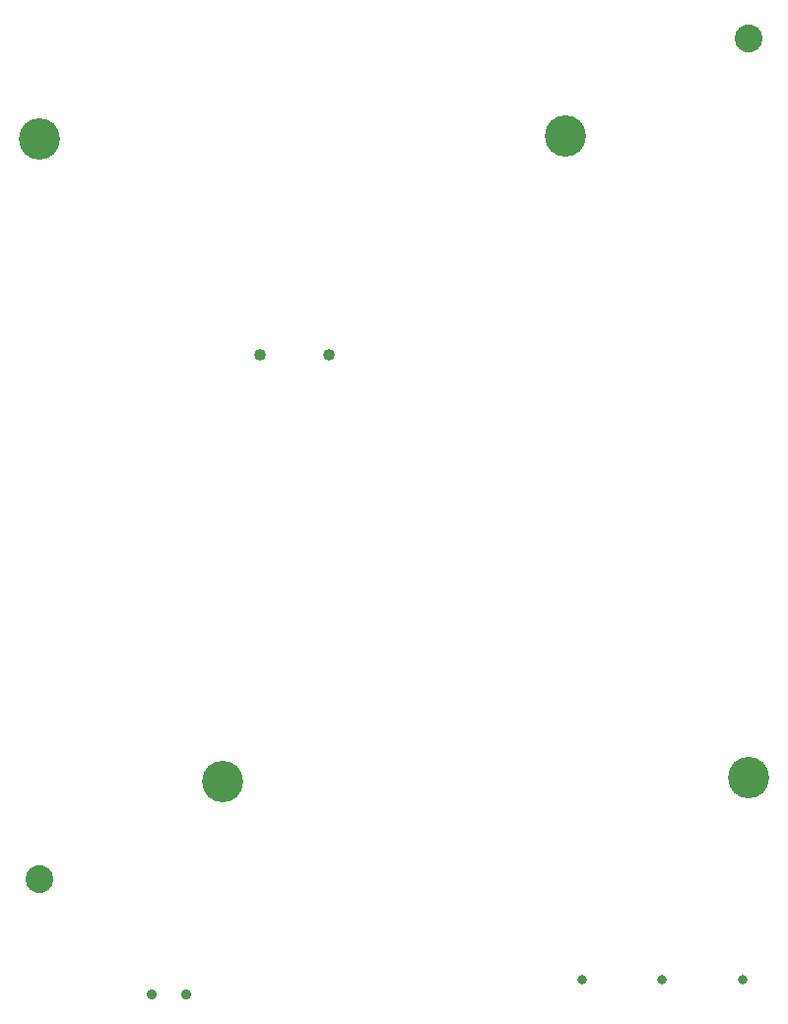
<source format=gbr>
%TF.GenerationSoftware,KiCad,Pcbnew,(5.1.6)-1*%
%TF.CreationDate,2022-04-22T11:55:32+02:00*%
%TF.ProjectId,ZumoComSystem,5a756d6f-436f-46d5-9379-7374656d2e6b,V1.0*%
%TF.SameCoordinates,Original*%
%TF.FileFunction,NonPlated,1,2,NPTH,Drill*%
%TF.FilePolarity,Positive*%
%FSLAX46Y46*%
G04 Gerber Fmt 4.6, Leading zero omitted, Abs format (unit mm)*
G04 Created by KiCad (PCBNEW (5.1.6)-1) date 2022-04-22 11:55:32*
%MOMM*%
%LPD*%
G01*
G04 APERTURE LIST*
%TA.AperFunction,ComponentDrill*%
%ADD10C,0.800000*%
%TD*%
%TA.AperFunction,ComponentDrill*%
%ADD11C,0.900000*%
%TD*%
%TA.AperFunction,ComponentDrill*%
%ADD12C,1.020000*%
%TD*%
%TA.AperFunction,ComponentDrill*%
%ADD13C,2.390000*%
%TD*%
%TA.AperFunction,ComponentDrill*%
%ADD14C,3.550000*%
%TD*%
G04 APERTURE END LIST*
D10*
%TO.C,SW5*%
X176991666Y-141425000D03*
%TO.C,SW4*%
X170070833Y-141425000D03*
%TO.C,SW3*%
X163150000Y-141425000D03*
D11*
%TO.C,SW1*%
X126175000Y-142650000D03*
X129175000Y-142650000D03*
D12*
%TO.C,J2*%
X135460000Y-87670000D03*
X141460000Y-87670000D03*
D13*
%TO.C,BT1*%
X116530000Y-132710000D03*
%TO.C,BT2*%
X177470000Y-60490000D03*
D14*
%TO.C,BT1*%
X116530000Y-69130000D03*
X132270000Y-124330000D03*
%TO.C,BT2*%
X161730000Y-68870000D03*
X177470000Y-124070000D03*
M02*

</source>
